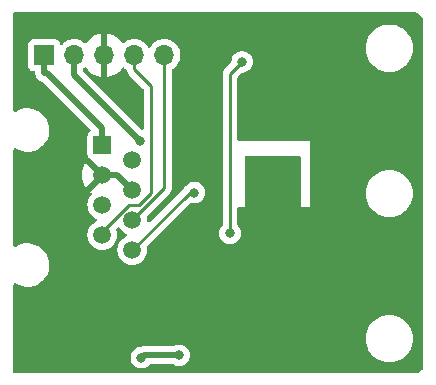
<source format=gbr>
%TF.GenerationSoftware,KiCad,Pcbnew,7.0.9*%
%TF.CreationDate,2024-04-09T01:08:52-04:00*%
%TF.ProjectId,WIRED_SHT40_revA3,57495245-445f-4534-9854-34305f726576,revA3*%
%TF.SameCoordinates,Original*%
%TF.FileFunction,Copper,L2,Bot*%
%TF.FilePolarity,Positive*%
%FSLAX46Y46*%
G04 Gerber Fmt 4.6, Leading zero omitted, Abs format (unit mm)*
G04 Created by KiCad (PCBNEW 7.0.9) date 2024-04-09 01:08:52*
%MOMM*%
%LPD*%
G01*
G04 APERTURE LIST*
%TA.AperFunction,ComponentPad*%
%ADD10R,1.700000X1.700000*%
%TD*%
%TA.AperFunction,ComponentPad*%
%ADD11O,1.700000X1.700000*%
%TD*%
%TA.AperFunction,ComponentPad*%
%ADD12R,1.500000X1.500000*%
%TD*%
%TA.AperFunction,ComponentPad*%
%ADD13C,1.500000*%
%TD*%
%TA.AperFunction,ViaPad*%
%ADD14C,0.800000*%
%TD*%
%TA.AperFunction,Conductor*%
%ADD15C,0.500000*%
%TD*%
%TA.AperFunction,Conductor*%
%ADD16C,0.250000*%
%TD*%
G04 APERTURE END LIST*
D10*
%TO.P,J2,1,Pin_1*%
%TO.N,+5V*%
X134385000Y-84193900D03*
D11*
%TO.P,J2,2,Pin_2*%
%TO.N,+3V3*%
X136925000Y-84193900D03*
%TO.P,J2,3,Pin_3*%
%TO.N,GND*%
X139465000Y-84193900D03*
%TO.P,J2,4,Pin_4*%
%TO.N,/SCL*%
X142005000Y-84193900D03*
%TO.P,J2,5,Pin_5*%
%TO.N,/SDA*%
X144545000Y-84193900D03*
%TD*%
D12*
%TO.P,J1,1*%
%TO.N,+5V*%
X139302700Y-91800000D03*
D13*
%TO.P,J1,2*%
X141842700Y-93070000D03*
%TO.P,J1,3*%
%TO.N,GND*%
X139302700Y-94340000D03*
%TO.P,J1,4*%
X141842700Y-95610000D03*
%TO.P,J1,5*%
%TO.N,/SDA*%
X139302700Y-96880000D03*
%TO.P,J1,6*%
X141842700Y-98150000D03*
%TO.P,J1,7*%
%TO.N,/SCL*%
X139302700Y-99420000D03*
%TO.P,J1,8*%
X141842700Y-100690000D03*
%TD*%
D14*
%TO.N,+5V*%
X145800000Y-109600000D03*
X142600000Y-109800000D03*
%TO.N,GND*%
X149999900Y-103127600D03*
X146600000Y-107400000D03*
X146604900Y-87365700D03*
X153858000Y-103128000D03*
X142311900Y-106700000D03*
%TO.N,/SCL_3V*%
X151130800Y-84756000D03*
X150110000Y-99287000D03*
%TO.N,/SCL*%
X147102600Y-95822900D03*
%TO.N,+3V3*%
X142508800Y-91449200D03*
%TD*%
D15*
%TO.N,+5V*%
X134596800Y-85694000D02*
X139302700Y-90399900D01*
X145800000Y-109600000D02*
X142800000Y-109600000D01*
X134385000Y-85694000D02*
X134596800Y-85694000D01*
X142800000Y-109600000D02*
X142600000Y-109800000D01*
X134385000Y-84193900D02*
X134385000Y-85694000D01*
X139302700Y-91800000D02*
X139302700Y-90399900D01*
%TO.N,GND*%
X139302700Y-94340000D02*
X140572700Y-94340000D01*
X143800000Y-107400000D02*
X146600000Y-107400000D01*
X140572700Y-94340000D02*
X141842700Y-95610000D01*
X143100000Y-106700000D02*
X143800000Y-107400000D01*
X142311900Y-106700000D02*
X143100000Y-106700000D01*
D16*
%TO.N,/SCL_3V*%
X150110000Y-85776800D02*
X150110000Y-99287000D01*
X151130800Y-84756000D02*
X150110000Y-85776800D01*
%TO.N,/SCL*%
X142005000Y-84193900D02*
X142005000Y-85369200D01*
X143433900Y-86798100D02*
X142005000Y-85369200D01*
X139302700Y-99158400D02*
X141576000Y-96885100D01*
X141842700Y-100690000D02*
X146709800Y-95822900D01*
X141576000Y-96885100D02*
X142370900Y-96885100D01*
X143433900Y-95822100D02*
X143433900Y-86798100D01*
X146709800Y-95822900D02*
X147102600Y-95822900D01*
X142370900Y-96885100D02*
X143433900Y-95822100D01*
X139302700Y-99420000D02*
X139302700Y-99158400D01*
%TO.N,/SDA*%
X144545000Y-95447700D02*
X141842700Y-98150000D01*
X144545000Y-84193900D02*
X144545000Y-95447700D01*
D15*
%TO.N,+3V3*%
X136925000Y-84193900D02*
X136925000Y-85865400D01*
X136925000Y-85865400D02*
X142508800Y-91449200D01*
%TD*%
%TA.AperFunction,Conductor*%
%TO.N,GND*%
G36*
X139715000Y-86030745D02*
G01*
X139728950Y-86029748D01*
X139987533Y-85973497D01*
X140235482Y-85881017D01*
X140467744Y-85754192D01*
X140679581Y-85595612D01*
X140679590Y-85595604D01*
X140866704Y-85408490D01*
X140866712Y-85408481D01*
X140969062Y-85271758D01*
X141025897Y-85229211D01*
X141096713Y-85224146D01*
X141147321Y-85247835D01*
X141259424Y-85335089D01*
X141259430Y-85335092D01*
X141308335Y-85361558D01*
X141358726Y-85411571D01*
X141372376Y-85461372D01*
X141373087Y-85461260D01*
X141374101Y-85467662D01*
X141374304Y-85468403D01*
X141374325Y-85469078D01*
X141374327Y-85469093D01*
X141379977Y-85488539D01*
X141383986Y-85507897D01*
X141386525Y-85527993D01*
X141386526Y-85527999D01*
X141403893Y-85571862D01*
X141405816Y-85577479D01*
X141418982Y-85622793D01*
X141429294Y-85640231D01*
X141437988Y-85657979D01*
X141445444Y-85676809D01*
X141445450Y-85676820D01*
X141473177Y-85714983D01*
X141476437Y-85719946D01*
X141487350Y-85738398D01*
X141498199Y-85756743D01*
X141500460Y-85760565D01*
X141514779Y-85774884D01*
X141527617Y-85789914D01*
X141535642Y-85800959D01*
X141539528Y-85806307D01*
X141544163Y-85810141D01*
X141575886Y-85836385D01*
X141580267Y-85840371D01*
X142185958Y-86446062D01*
X142763495Y-87023599D01*
X142797521Y-87085911D01*
X142800400Y-87112694D01*
X142800400Y-90363929D01*
X142780398Y-90432050D01*
X142726742Y-90478543D01*
X142656468Y-90488647D01*
X142591888Y-90459153D01*
X142585305Y-90453024D01*
X137720405Y-85588124D01*
X137686379Y-85525812D01*
X137683500Y-85499029D01*
X137683500Y-85386625D01*
X137703502Y-85318504D01*
X137732106Y-85287197D01*
X137782679Y-85247833D01*
X137848719Y-85221778D01*
X137918364Y-85235563D01*
X137960936Y-85271757D01*
X138063287Y-85408481D01*
X138063295Y-85408490D01*
X138250409Y-85595604D01*
X138250418Y-85595612D01*
X138462255Y-85754192D01*
X138694517Y-85881017D01*
X138942466Y-85973497D01*
X139201049Y-86029748D01*
X139214999Y-86030745D01*
X139215000Y-86030745D01*
X139215000Y-84629401D01*
X139322685Y-84678580D01*
X139429237Y-84693900D01*
X139500763Y-84693900D01*
X139607315Y-84678580D01*
X139715000Y-84629401D01*
X139715000Y-86030745D01*
G37*
%TD.AperFunction*%
%TA.AperFunction,Conductor*%
G36*
X165851751Y-80545652D02*
G01*
X165858678Y-80550439D01*
X165923009Y-80598150D01*
X166070681Y-80717733D01*
X166073309Y-80719985D01*
X166214429Y-80847890D01*
X166216648Y-80850002D01*
X166349995Y-80983349D01*
X166352108Y-80985569D01*
X166428059Y-81069367D01*
X166458986Y-81133274D01*
X166460700Y-81153984D01*
X166460700Y-110646014D01*
X166440698Y-110714135D01*
X166428059Y-110730631D01*
X166352108Y-110814429D01*
X166349976Y-110816669D01*
X166216669Y-110949976D01*
X166214430Y-110952108D01*
X166096484Y-111059009D01*
X166032578Y-111089936D01*
X166011867Y-111091650D01*
X131892700Y-111091650D01*
X131824579Y-111071648D01*
X131778086Y-111017992D01*
X131766700Y-110965650D01*
X131766700Y-109800000D01*
X141686496Y-109800000D01*
X141706457Y-109989927D01*
X141717646Y-110024362D01*
X141765473Y-110171556D01*
X141765476Y-110171561D01*
X141860958Y-110336941D01*
X141860965Y-110336951D01*
X141988744Y-110478864D01*
X142049999Y-110523368D01*
X142143248Y-110591118D01*
X142317712Y-110668794D01*
X142504513Y-110708500D01*
X142695487Y-110708500D01*
X142882288Y-110668794D01*
X143056752Y-110591118D01*
X143211253Y-110478866D01*
X143222221Y-110466685D01*
X143282094Y-110400190D01*
X143342540Y-110362950D01*
X143375730Y-110358500D01*
X145257413Y-110358500D01*
X145325534Y-110378502D01*
X145331471Y-110382562D01*
X145343248Y-110391118D01*
X145517712Y-110468794D01*
X145704513Y-110508500D01*
X145895487Y-110508500D01*
X146082288Y-110468794D01*
X146256752Y-110391118D01*
X146411253Y-110278866D01*
X146507871Y-110171561D01*
X146539034Y-110136951D01*
X146539035Y-110136949D01*
X146539040Y-110136944D01*
X146634527Y-109971556D01*
X146693542Y-109789928D01*
X146713504Y-109600000D01*
X146693542Y-109410072D01*
X146634527Y-109228444D01*
X146539040Y-109063056D01*
X146539038Y-109063054D01*
X146539034Y-109063048D01*
X146411255Y-108921135D01*
X146256752Y-108808882D01*
X146082288Y-108731206D01*
X145895487Y-108691500D01*
X145704513Y-108691500D01*
X145517711Y-108731206D01*
X145343245Y-108808883D01*
X145331476Y-108817435D01*
X145264609Y-108841294D01*
X145257413Y-108841500D01*
X142864441Y-108841500D01*
X142846182Y-108840170D01*
X142822212Y-108836659D01*
X142822211Y-108836659D01*
X142815773Y-108837222D01*
X142769615Y-108841260D01*
X142764122Y-108841500D01*
X142755817Y-108841500D01*
X142722904Y-108845347D01*
X142645574Y-108852112D01*
X142638389Y-108853596D01*
X142638376Y-108853533D01*
X142631003Y-108855168D01*
X142631018Y-108855231D01*
X142623888Y-108856920D01*
X142572790Y-108875518D01*
X142550934Y-108883473D01*
X142548800Y-108884180D01*
X142546008Y-108885105D01*
X142511067Y-108890743D01*
X142511075Y-108890810D01*
X142509865Y-108890937D01*
X142506377Y-108891500D01*
X142504513Y-108891500D01*
X142317711Y-108931206D01*
X142143247Y-109008882D01*
X141988744Y-109121135D01*
X141860965Y-109263048D01*
X141860958Y-109263058D01*
X141765476Y-109428438D01*
X141765473Y-109428445D01*
X141706457Y-109610072D01*
X141686496Y-109800000D01*
X131766700Y-109800000D01*
X131766700Y-108200000D01*
X161594390Y-108200000D01*
X161614803Y-108485424D01*
X161675631Y-108765046D01*
X161775632Y-109033160D01*
X161775637Y-109033170D01*
X161912768Y-109284307D01*
X161912772Y-109284312D01*
X161912774Y-109284315D01*
X162020668Y-109428445D01*
X162084262Y-109513396D01*
X162084270Y-109513405D01*
X162286594Y-109715729D01*
X162286603Y-109715737D01*
X162286605Y-109715739D01*
X162515685Y-109887226D01*
X162515687Y-109887227D01*
X162515692Y-109887231D01*
X162766829Y-110024362D01*
X162766839Y-110024367D01*
X163034954Y-110124369D01*
X163314572Y-110185196D01*
X163528552Y-110200500D01*
X163528558Y-110200500D01*
X163671442Y-110200500D01*
X163671448Y-110200500D01*
X163885428Y-110185196D01*
X164165046Y-110124369D01*
X164433161Y-110024367D01*
X164529877Y-109971556D01*
X164684307Y-109887231D01*
X164684309Y-109887229D01*
X164684315Y-109887226D01*
X164913395Y-109715739D01*
X165115739Y-109513395D01*
X165287226Y-109284315D01*
X165287229Y-109284309D01*
X165287231Y-109284307D01*
X165424362Y-109033170D01*
X165424367Y-109033161D01*
X165524369Y-108765046D01*
X165585196Y-108485428D01*
X165605610Y-108200000D01*
X165585196Y-107914572D01*
X165524369Y-107634954D01*
X165424367Y-107366839D01*
X165424362Y-107366829D01*
X165287231Y-107115692D01*
X165287227Y-107115687D01*
X165287226Y-107115685D01*
X165115739Y-106886605D01*
X165115737Y-106886603D01*
X165115729Y-106886594D01*
X164913405Y-106684270D01*
X164913396Y-106684262D01*
X164684312Y-106512772D01*
X164684307Y-106512768D01*
X164433170Y-106375637D01*
X164433160Y-106375632D01*
X164165046Y-106275631D01*
X163885424Y-106214803D01*
X163751775Y-106205245D01*
X163671448Y-106199500D01*
X163528552Y-106199500D01*
X163452954Y-106204906D01*
X163314575Y-106214803D01*
X163034953Y-106275631D01*
X162766839Y-106375632D01*
X162766829Y-106375637D01*
X162515692Y-106512768D01*
X162515687Y-106512772D01*
X162286603Y-106684262D01*
X162286594Y-106684270D01*
X162084270Y-106886594D01*
X162084262Y-106886603D01*
X161912772Y-107115687D01*
X161912768Y-107115692D01*
X161775637Y-107366829D01*
X161775632Y-107366839D01*
X161675631Y-107634953D01*
X161614803Y-107914575D01*
X161594390Y-108200000D01*
X131766700Y-108200000D01*
X131766700Y-103628620D01*
X131786702Y-103560499D01*
X131840358Y-103514006D01*
X131910632Y-103503902D01*
X131962220Y-103523535D01*
X132044610Y-103578044D01*
X132289876Y-103693020D01*
X132549269Y-103771060D01*
X132549272Y-103771060D01*
X132549274Y-103771061D01*
X132817257Y-103810500D01*
X132817261Y-103810500D01*
X133020333Y-103810500D01*
X133055063Y-103807957D01*
X133222856Y-103795677D01*
X133222860Y-103795676D01*
X133222861Y-103795676D01*
X133333365Y-103771060D01*
X133487253Y-103736780D01*
X133740258Y-103640014D01*
X133976477Y-103507441D01*
X134190877Y-103341888D01*
X134378886Y-103146881D01*
X134536499Y-102926579D01*
X134660356Y-102685675D01*
X134747818Y-102429305D01*
X134797019Y-102162933D01*
X134806912Y-101892235D01*
X134792039Y-101757067D01*
X134777287Y-101622985D01*
X134708771Y-101360909D01*
X134602830Y-101111610D01*
X134461718Y-100880390D01*
X134288445Y-100672180D01*
X134288441Y-100672177D01*
X134288440Y-100672175D01*
X134086712Y-100491427D01*
X134086702Y-100491418D01*
X133860790Y-100341956D01*
X133615524Y-100226980D01*
X133378913Y-100155794D01*
X133356125Y-100148938D01*
X133088142Y-100109500D01*
X133088139Y-100109500D01*
X132885069Y-100109500D01*
X132885067Y-100109500D01*
X132682539Y-100124323D01*
X132682538Y-100124323D01*
X132418156Y-100183217D01*
X132418141Y-100183222D01*
X132165139Y-100279986D01*
X132165136Y-100279988D01*
X131954366Y-100398278D01*
X131885172Y-100414175D01*
X131818368Y-100390139D01*
X131775164Y-100333801D01*
X131766700Y-100288400D01*
X131766700Y-92198620D01*
X131786702Y-92130499D01*
X131840358Y-92084006D01*
X131910632Y-92073902D01*
X131962220Y-92093535D01*
X132044610Y-92148044D01*
X132289876Y-92263020D01*
X132549269Y-92341060D01*
X132549272Y-92341060D01*
X132549274Y-92341061D01*
X132817257Y-92380500D01*
X132817261Y-92380500D01*
X133020333Y-92380500D01*
X133055063Y-92377957D01*
X133222856Y-92365677D01*
X133222860Y-92365676D01*
X133222861Y-92365676D01*
X133333365Y-92341060D01*
X133487253Y-92306780D01*
X133740258Y-92210014D01*
X133976477Y-92077441D01*
X134190877Y-91911888D01*
X134378886Y-91716881D01*
X134536499Y-91496579D01*
X134565538Y-91440099D01*
X134660356Y-91255675D01*
X134660357Y-91255672D01*
X134703542Y-91129088D01*
X134747818Y-90999305D01*
X134772418Y-90866119D01*
X134797018Y-90732941D01*
X134797019Y-90732930D01*
X134800645Y-90633707D01*
X134806912Y-90462235D01*
X134781896Y-90234875D01*
X134777287Y-90192985D01*
X134708771Y-89930909D01*
X134602830Y-89681610D01*
X134461718Y-89450390D01*
X134288445Y-89242180D01*
X134288441Y-89242177D01*
X134288440Y-89242175D01*
X134086712Y-89061427D01*
X134086702Y-89061418D01*
X133860790Y-88911956D01*
X133615524Y-88796980D01*
X133458092Y-88749615D01*
X133356125Y-88718938D01*
X133088142Y-88679500D01*
X133088139Y-88679500D01*
X132885069Y-88679500D01*
X132885067Y-88679500D01*
X132682539Y-88694323D01*
X132682538Y-88694323D01*
X132418156Y-88753217D01*
X132418141Y-88753222D01*
X132165139Y-88849986D01*
X132165136Y-88849988D01*
X131954366Y-88968278D01*
X131885172Y-88984175D01*
X131818368Y-88960139D01*
X131775164Y-88903801D01*
X131766700Y-88858400D01*
X131766700Y-85092549D01*
X133026500Y-85092549D01*
X133033009Y-85153096D01*
X133033011Y-85153104D01*
X133084110Y-85290102D01*
X133084112Y-85290107D01*
X133171738Y-85407161D01*
X133288792Y-85494787D01*
X133288794Y-85494788D01*
X133288796Y-85494789D01*
X133323940Y-85507897D01*
X133425795Y-85545888D01*
X133425803Y-85545890D01*
X133486350Y-85552399D01*
X133486355Y-85552399D01*
X133486362Y-85552400D01*
X133499909Y-85552400D01*
X133568030Y-85572402D01*
X133614523Y-85626058D01*
X133625696Y-85685727D01*
X133622628Y-85738398D01*
X133622628Y-85738403D01*
X133633873Y-85802177D01*
X133634404Y-85805804D01*
X133641920Y-85870112D01*
X133645777Y-85880708D01*
X133651459Y-85901913D01*
X133653418Y-85913023D01*
X133679065Y-85972477D01*
X133680418Y-85975884D01*
X133696411Y-86019826D01*
X133702565Y-86036732D01*
X133705709Y-86041513D01*
X133708763Y-86046155D01*
X133719183Y-86065482D01*
X133723645Y-86075827D01*
X133723647Y-86075829D01*
X133723648Y-86075832D01*
X133752409Y-86114465D01*
X133762318Y-86127775D01*
X133764400Y-86130749D01*
X133786731Y-86164701D01*
X133800000Y-86184876D01*
X133808200Y-86192612D01*
X133822800Y-86209017D01*
X133829531Y-86218058D01*
X133860400Y-86243960D01*
X133879123Y-86259671D01*
X133881860Y-86262107D01*
X133928965Y-86306549D01*
X133928971Y-86306553D01*
X133938733Y-86312189D01*
X133956723Y-86324786D01*
X133965355Y-86332029D01*
X133965358Y-86332031D01*
X134023213Y-86361087D01*
X134026429Y-86362820D01*
X134049869Y-86376353D01*
X134082527Y-86395209D01*
X134093325Y-86398441D01*
X134113743Y-86406552D01*
X134123812Y-86411609D01*
X134186827Y-86426543D01*
X134190330Y-86427482D01*
X134252391Y-86446062D01*
X134252392Y-86446062D01*
X134255879Y-86447106D01*
X134308836Y-86478717D01*
X138273864Y-90443745D01*
X138307890Y-90506057D01*
X138302825Y-90576872D01*
X138260279Y-90633707D01*
X138189439Y-90686738D01*
X138101812Y-90803792D01*
X138101810Y-90803797D01*
X138050711Y-90940795D01*
X138050709Y-90940803D01*
X138044200Y-91001350D01*
X138044200Y-92598649D01*
X138050709Y-92659196D01*
X138050711Y-92659204D01*
X138101810Y-92796202D01*
X138101812Y-92796207D01*
X138189438Y-92913261D01*
X138306495Y-93000889D01*
X138314048Y-93005013D01*
X138342762Y-93026507D01*
X139276253Y-93960000D01*
X139271214Y-93960000D01*
X139177608Y-93975620D01*
X139066072Y-94035980D01*
X138980178Y-94129286D01*
X138929235Y-94245426D01*
X138923521Y-94314374D01*
X137900575Y-93291428D01*
X137900573Y-93291428D01*
X137852729Y-93351422D01*
X137852726Y-93351427D01*
X137721581Y-93578576D01*
X137625760Y-93822727D01*
X137625759Y-93822730D01*
X137567394Y-94078441D01*
X137547793Y-94340000D01*
X137567394Y-94601558D01*
X137625759Y-94857269D01*
X137625760Y-94857272D01*
X137721581Y-95101423D01*
X137852725Y-95328570D01*
X137900574Y-95388570D01*
X137900575Y-95388570D01*
X138918891Y-94370254D01*
X138918762Y-94371814D01*
X138949895Y-94494755D01*
X139019259Y-94600925D01*
X139119339Y-94678821D01*
X139239289Y-94720000D01*
X139276251Y-94720000D01*
X138253532Y-95742719D01*
X138253532Y-95742721D01*
X138369683Y-95821911D01*
X138414700Y-95876811D01*
X138422889Y-95947334D01*
X138391650Y-96011088D01*
X138387801Y-96015112D01*
X138334948Y-96067965D01*
X138208644Y-96248346D01*
X138115581Y-96447920D01*
X138115579Y-96447926D01*
X138058585Y-96660629D01*
X138039393Y-96880000D01*
X138051597Y-97019501D01*
X138058585Y-97099370D01*
X138115579Y-97312073D01*
X138115581Y-97312079D01*
X138163918Y-97415739D01*
X138208644Y-97511654D01*
X138261564Y-97587231D01*
X138334951Y-97692038D01*
X138334954Y-97692042D01*
X138490657Y-97847745D01*
X138490661Y-97847748D01*
X138490662Y-97847749D01*
X138671046Y-97974056D01*
X138775919Y-98022958D01*
X138803468Y-98035805D01*
X138856753Y-98082722D01*
X138876214Y-98150999D01*
X138855672Y-98218959D01*
X138803468Y-98264195D01*
X138671046Y-98325944D01*
X138490665Y-98452248D01*
X138490659Y-98452253D01*
X138334953Y-98607959D01*
X138334948Y-98607965D01*
X138208644Y-98788346D01*
X138115581Y-98987920D01*
X138115579Y-98987926D01*
X138058585Y-99200629D01*
X138039393Y-99420000D01*
X138058585Y-99639370D01*
X138115579Y-99852073D01*
X138115581Y-99852079D01*
X138208642Y-100051650D01*
X138208644Y-100051654D01*
X138309367Y-100195500D01*
X138334951Y-100232038D01*
X138334954Y-100232042D01*
X138490657Y-100387745D01*
X138490661Y-100387748D01*
X138490662Y-100387749D01*
X138671046Y-100514056D01*
X138870624Y-100607120D01*
X139083329Y-100664115D01*
X139302700Y-100683307D01*
X139522071Y-100664115D01*
X139734776Y-100607120D01*
X139934354Y-100514056D01*
X140114738Y-100387749D01*
X140270449Y-100232038D01*
X140396756Y-100051654D01*
X140489820Y-99852076D01*
X140546815Y-99639371D01*
X140566007Y-99420000D01*
X140546815Y-99200629D01*
X140489820Y-98987924D01*
X140488711Y-98985546D01*
X140488537Y-98984401D01*
X140487941Y-98982763D01*
X140488270Y-98982643D01*
X140478045Y-98915359D01*
X140507019Y-98850544D01*
X140513794Y-98843208D01*
X140571097Y-98785905D01*
X140633407Y-98751881D01*
X140704222Y-98756946D01*
X140761058Y-98799493D01*
X140763383Y-98802704D01*
X140842326Y-98915445D01*
X140874951Y-98962038D01*
X140874954Y-98962042D01*
X141030657Y-99117745D01*
X141030661Y-99117748D01*
X141030662Y-99117749D01*
X141211046Y-99244056D01*
X141315919Y-99292958D01*
X141343468Y-99305805D01*
X141396753Y-99352722D01*
X141416214Y-99420999D01*
X141395672Y-99488959D01*
X141343468Y-99534195D01*
X141211046Y-99595944D01*
X141030665Y-99722248D01*
X141030659Y-99722253D01*
X140874953Y-99877959D01*
X140874948Y-99877965D01*
X140748644Y-100058346D01*
X140655581Y-100257920D01*
X140655579Y-100257926D01*
X140617972Y-100398278D01*
X140598585Y-100470629D01*
X140579393Y-100690000D01*
X140598585Y-100909371D01*
X140631491Y-101032178D01*
X140652775Y-101111610D01*
X140655580Y-101122076D01*
X140748644Y-101321654D01*
X140874951Y-101502038D01*
X140874954Y-101502042D01*
X141030657Y-101657745D01*
X141030661Y-101657748D01*
X141030662Y-101657749D01*
X141211046Y-101784056D01*
X141410624Y-101877120D01*
X141623329Y-101934115D01*
X141842700Y-101953307D01*
X142062071Y-101934115D01*
X142274776Y-101877120D01*
X142474354Y-101784056D01*
X142654738Y-101657749D01*
X142810449Y-101502038D01*
X142936756Y-101321654D01*
X143029820Y-101122076D01*
X143086815Y-100909371D01*
X143106007Y-100690000D01*
X143086815Y-100470629D01*
X143078415Y-100439281D01*
X143080103Y-100368309D01*
X143111024Y-100317578D01*
X144141602Y-99287000D01*
X149196496Y-99287000D01*
X149216457Y-99476927D01*
X149220367Y-99488959D01*
X149275473Y-99658556D01*
X149275476Y-99658561D01*
X149370958Y-99823941D01*
X149370965Y-99823951D01*
X149498744Y-99965864D01*
X149498747Y-99965866D01*
X149653248Y-100078118D01*
X149827712Y-100155794D01*
X150014513Y-100195500D01*
X150205487Y-100195500D01*
X150392288Y-100155794D01*
X150566752Y-100078118D01*
X150721253Y-99965866D01*
X150721255Y-99965864D01*
X150849034Y-99823951D01*
X150849035Y-99823949D01*
X150849040Y-99823944D01*
X150944527Y-99658556D01*
X151003542Y-99476928D01*
X151023504Y-99287000D01*
X151003542Y-99097072D01*
X150944527Y-98915444D01*
X150849040Y-98750056D01*
X150775863Y-98668784D01*
X150745146Y-98604776D01*
X150743500Y-98584474D01*
X150743500Y-97154500D01*
X150763502Y-97086379D01*
X150817158Y-97039886D01*
X150869500Y-97028500D01*
X151373842Y-97028500D01*
X151373985Y-97028528D01*
X151373986Y-97028524D01*
X151398997Y-97028539D01*
X151399000Y-97028541D01*
X151399383Y-97028383D01*
X151399500Y-97028099D01*
X151399499Y-97028099D01*
X151399541Y-97028000D01*
X151399540Y-97027998D01*
X151405999Y-97012773D01*
X151399539Y-96992209D01*
X151399517Y-96989843D01*
X151401440Y-92826465D01*
X151421474Y-92758356D01*
X151475151Y-92711888D01*
X151527463Y-92700526D01*
X155973527Y-92701472D01*
X156041643Y-92721489D01*
X156088125Y-92775154D01*
X156099500Y-92827472D01*
X156099500Y-97014371D01*
X156099459Y-97018998D01*
X156099533Y-97019179D01*
X156099614Y-97019382D01*
X156099795Y-97019456D01*
X156099988Y-97019539D01*
X156099995Y-97019538D01*
X156100000Y-97019541D01*
X156100004Y-97019538D01*
X156102958Y-97019533D01*
X156875391Y-97028222D01*
X156876747Y-97028502D01*
X156899996Y-97028539D01*
X156900000Y-97028541D01*
X156900003Y-97028539D01*
X156900181Y-97028540D01*
X156900383Y-97028465D01*
X156900513Y-97028335D01*
X156900537Y-97028272D01*
X156900866Y-97005889D01*
X156900500Y-97003962D01*
X156900500Y-95900000D01*
X161594390Y-95900000D01*
X161614803Y-96185424D01*
X161675631Y-96465046D01*
X161775632Y-96733160D01*
X161775637Y-96733170D01*
X161912768Y-96984307D01*
X161912772Y-96984312D01*
X161912774Y-96984315D01*
X161945880Y-97028540D01*
X162084262Y-97213396D01*
X162084270Y-97213405D01*
X162286594Y-97415729D01*
X162286603Y-97415737D01*
X162286605Y-97415739D01*
X162515685Y-97587226D01*
X162515687Y-97587227D01*
X162515692Y-97587231D01*
X162766829Y-97724362D01*
X162766839Y-97724367D01*
X163034954Y-97824369D01*
X163314572Y-97885196D01*
X163528552Y-97900500D01*
X163528558Y-97900500D01*
X163671442Y-97900500D01*
X163671448Y-97900500D01*
X163885428Y-97885196D01*
X164165046Y-97824369D01*
X164433161Y-97724367D01*
X164492367Y-97692038D01*
X164684307Y-97587231D01*
X164684309Y-97587229D01*
X164684315Y-97587226D01*
X164913395Y-97415739D01*
X165115739Y-97213395D01*
X165287226Y-96984315D01*
X165287229Y-96984309D01*
X165287231Y-96984307D01*
X165424362Y-96733170D01*
X165424367Y-96733161D01*
X165524369Y-96465046D01*
X165585196Y-96185428D01*
X165605610Y-95900000D01*
X165585196Y-95614572D01*
X165524369Y-95334954D01*
X165424367Y-95066839D01*
X165424362Y-95066829D01*
X165287231Y-94815692D01*
X165287227Y-94815687D01*
X165203904Y-94704380D01*
X165115739Y-94586605D01*
X165115737Y-94586603D01*
X165115729Y-94586594D01*
X164913405Y-94384270D01*
X164913396Y-94384262D01*
X164913087Y-94384031D01*
X164684315Y-94212774D01*
X164684313Y-94212773D01*
X164684312Y-94212772D01*
X164684307Y-94212768D01*
X164433170Y-94075637D01*
X164433160Y-94075632D01*
X164165046Y-93975631D01*
X163885424Y-93914803D01*
X163751775Y-93905245D01*
X163671448Y-93899500D01*
X163528552Y-93899500D01*
X163452954Y-93904906D01*
X163314575Y-93914803D01*
X163034953Y-93975631D01*
X162766839Y-94075632D01*
X162766829Y-94075637D01*
X162515692Y-94212768D01*
X162515687Y-94212772D01*
X162286603Y-94384262D01*
X162286594Y-94384270D01*
X162084270Y-94586594D01*
X162084262Y-94586603D01*
X161912772Y-94815687D01*
X161912768Y-94815692D01*
X161775637Y-95066829D01*
X161775632Y-95066839D01*
X161675631Y-95334953D01*
X161614803Y-95614575D01*
X161594390Y-95900000D01*
X156900500Y-95900000D01*
X156900500Y-91465157D01*
X156900528Y-91465014D01*
X156900524Y-91465014D01*
X156900539Y-91440002D01*
X156900541Y-91440000D01*
X156900383Y-91439617D01*
X156900099Y-91439500D01*
X156900000Y-91439459D01*
X156899999Y-91439459D01*
X156875048Y-91439459D01*
X156874842Y-91439500D01*
X150869500Y-91439500D01*
X150801379Y-91419498D01*
X150754886Y-91365842D01*
X150743500Y-91313500D01*
X150743500Y-86091394D01*
X150763502Y-86023273D01*
X150780405Y-86002299D01*
X151081299Y-85701405D01*
X151143611Y-85667379D01*
X151170394Y-85664500D01*
X151226287Y-85664500D01*
X151413088Y-85624794D01*
X151587552Y-85547118D01*
X151742053Y-85434866D01*
X151748310Y-85427917D01*
X151869834Y-85292951D01*
X151869835Y-85292949D01*
X151869840Y-85292944D01*
X151965327Y-85127556D01*
X152024342Y-84945928D01*
X152044304Y-84756000D01*
X152024342Y-84566072D01*
X151965327Y-84384444D01*
X151869840Y-84219056D01*
X151869838Y-84219054D01*
X151869834Y-84219048D01*
X151742055Y-84077135D01*
X151587552Y-83964882D01*
X151413088Y-83887206D01*
X151226287Y-83847500D01*
X151035313Y-83847500D01*
X150848511Y-83887206D01*
X150674047Y-83964882D01*
X150519544Y-84077135D01*
X150391765Y-84219048D01*
X150391758Y-84219058D01*
X150296276Y-84384438D01*
X150296273Y-84384445D01*
X150237257Y-84566072D01*
X150219892Y-84731292D01*
X150192879Y-84796949D01*
X150183677Y-84807216D01*
X149721336Y-85269557D01*
X149708901Y-85279521D01*
X149709089Y-85279748D01*
X149702980Y-85284801D01*
X149655016Y-85335878D01*
X149633866Y-85357027D01*
X149629560Y-85362577D01*
X149625714Y-85367079D01*
X149593417Y-85401474D01*
X149593411Y-85401483D01*
X149583651Y-85419235D01*
X149572803Y-85435750D01*
X149560386Y-85451758D01*
X149541645Y-85495064D01*
X149539034Y-85500394D01*
X149516305Y-85541739D01*
X149516303Y-85541744D01*
X149511267Y-85561359D01*
X149504864Y-85580062D01*
X149496819Y-85598652D01*
X149489437Y-85645256D01*
X149488233Y-85651068D01*
X149476500Y-85696768D01*
X149476500Y-85717023D01*
X149474949Y-85736733D01*
X149471780Y-85756742D01*
X149471780Y-85756743D01*
X149476220Y-85803717D01*
X149476500Y-85809650D01*
X149476500Y-98584474D01*
X149456498Y-98652595D01*
X149444137Y-98668784D01*
X149370957Y-98750059D01*
X149275476Y-98915438D01*
X149275473Y-98915445D01*
X149216457Y-99097072D01*
X149196496Y-99287000D01*
X144141602Y-99287000D01*
X146703156Y-96725447D01*
X146765466Y-96691423D01*
X146818446Y-96691297D01*
X146820310Y-96691693D01*
X146820312Y-96691694D01*
X147007113Y-96731400D01*
X147198087Y-96731400D01*
X147384888Y-96691694D01*
X147559352Y-96614018D01*
X147713853Y-96501766D01*
X147762336Y-96447920D01*
X147841634Y-96359851D01*
X147841635Y-96359849D01*
X147841640Y-96359844D01*
X147937127Y-96194456D01*
X147996142Y-96012828D01*
X148016104Y-95822900D01*
X147996142Y-95632972D01*
X147937127Y-95451344D01*
X147841640Y-95285956D01*
X147841638Y-95285954D01*
X147841634Y-95285948D01*
X147713855Y-95144035D01*
X147559352Y-95031782D01*
X147384888Y-94954106D01*
X147198087Y-94914400D01*
X147007113Y-94914400D01*
X146820311Y-94954106D01*
X146645847Y-95031782D01*
X146491346Y-95144034D01*
X146365451Y-95283855D01*
X146335959Y-95307995D01*
X146318437Y-95318358D01*
X146304112Y-95332683D01*
X146289083Y-95345519D01*
X146272693Y-95357427D01*
X146242608Y-95393792D01*
X146238612Y-95398183D01*
X143314285Y-98322508D01*
X143251973Y-98356534D01*
X143181157Y-98351469D01*
X143124322Y-98308922D01*
X143099511Y-98242402D01*
X143099670Y-98222430D01*
X143103742Y-98175885D01*
X143106007Y-98150000D01*
X143086815Y-97930629D01*
X143078415Y-97899281D01*
X143080103Y-97828309D01*
X143111024Y-97777578D01*
X144933657Y-95954945D01*
X144946092Y-95944984D01*
X144945905Y-95944757D01*
X144952009Y-95939705D01*
X144952018Y-95939700D01*
X144999999Y-95888604D01*
X145021134Y-95867470D01*
X145025429Y-95861932D01*
X145029271Y-95857431D01*
X145061586Y-95823021D01*
X145071345Y-95805267D01*
X145082197Y-95788746D01*
X145094613Y-95772741D01*
X145113347Y-95729448D01*
X145115961Y-95724112D01*
X145138694Y-95682761D01*
X145138695Y-95682760D01*
X145143733Y-95663135D01*
X145150138Y-95644430D01*
X145153836Y-95635885D01*
X145158181Y-95625845D01*
X145165561Y-95579247D01*
X145166762Y-95573440D01*
X145178500Y-95527730D01*
X145178500Y-95507475D01*
X145180051Y-95487763D01*
X145183220Y-95467757D01*
X145180629Y-95440351D01*
X145178780Y-95420780D01*
X145178500Y-95414848D01*
X145178500Y-85470820D01*
X145198502Y-85402699D01*
X145244527Y-85360008D01*
X145290576Y-85335089D01*
X145468240Y-85196806D01*
X145620722Y-85031168D01*
X145743860Y-84842691D01*
X145834296Y-84636516D01*
X145889564Y-84418268D01*
X145908156Y-84193900D01*
X145889564Y-83969532D01*
X145834296Y-83751284D01*
X145767937Y-83600000D01*
X161594390Y-83600000D01*
X161614803Y-83885424D01*
X161675631Y-84165046D01*
X161775632Y-84433160D01*
X161775637Y-84433170D01*
X161912768Y-84684307D01*
X161912772Y-84684312D01*
X161912774Y-84684315D01*
X162070682Y-84895256D01*
X162084262Y-84913396D01*
X162084270Y-84913405D01*
X162286594Y-85115729D01*
X162286603Y-85115737D01*
X162286605Y-85115739D01*
X162515685Y-85287226D01*
X162515687Y-85287227D01*
X162515692Y-85287231D01*
X162766829Y-85424362D01*
X162766839Y-85424367D01*
X163034954Y-85524369D01*
X163314572Y-85585196D01*
X163528552Y-85600500D01*
X163528558Y-85600500D01*
X163671442Y-85600500D01*
X163671448Y-85600500D01*
X163885428Y-85585196D01*
X164165046Y-85524369D01*
X164433161Y-85424367D01*
X164475086Y-85401474D01*
X164684307Y-85287231D01*
X164684309Y-85287229D01*
X164684315Y-85287226D01*
X164913395Y-85115739D01*
X165115739Y-84913395D01*
X165287226Y-84684315D01*
X165287229Y-84684309D01*
X165287231Y-84684307D01*
X165424362Y-84433170D01*
X165424367Y-84433161D01*
X165524369Y-84165046D01*
X165585196Y-83885428D01*
X165605610Y-83600000D01*
X165585196Y-83314572D01*
X165524369Y-83034954D01*
X165424367Y-82766839D01*
X165424362Y-82766829D01*
X165287231Y-82515692D01*
X165287227Y-82515687D01*
X165280561Y-82506782D01*
X165115739Y-82286605D01*
X165115737Y-82286603D01*
X165115729Y-82286594D01*
X164913405Y-82084270D01*
X164913396Y-82084262D01*
X164684312Y-81912772D01*
X164684307Y-81912768D01*
X164433170Y-81775637D01*
X164433160Y-81775632D01*
X164165046Y-81675631D01*
X163885424Y-81614803D01*
X163751775Y-81605245D01*
X163671448Y-81599500D01*
X163528552Y-81599500D01*
X163452954Y-81604906D01*
X163314575Y-81614803D01*
X163034953Y-81675631D01*
X162766839Y-81775632D01*
X162766829Y-81775637D01*
X162515692Y-81912768D01*
X162515687Y-81912772D01*
X162286603Y-82084262D01*
X162286594Y-82084270D01*
X162084270Y-82286594D01*
X162084262Y-82286603D01*
X161912772Y-82515687D01*
X161912768Y-82515692D01*
X161775637Y-82766829D01*
X161775632Y-82766839D01*
X161675631Y-83034953D01*
X161614803Y-83314575D01*
X161594390Y-83600000D01*
X145767937Y-83600000D01*
X145743860Y-83545109D01*
X145726500Y-83518537D01*
X145620724Y-83356634D01*
X145620720Y-83356629D01*
X145468237Y-83190991D01*
X145348367Y-83097692D01*
X145290576Y-83052711D01*
X145092574Y-82945558D01*
X145092572Y-82945557D01*
X145092571Y-82945556D01*
X144879639Y-82872457D01*
X144879630Y-82872455D01*
X144835476Y-82865087D01*
X144657569Y-82835400D01*
X144432431Y-82835400D01*
X144292477Y-82858754D01*
X144210369Y-82872455D01*
X144210360Y-82872457D01*
X143997428Y-82945556D01*
X143997426Y-82945558D01*
X143799426Y-83052710D01*
X143799424Y-83052711D01*
X143621762Y-83190991D01*
X143469279Y-83356629D01*
X143380483Y-83492543D01*
X143326479Y-83538631D01*
X143256131Y-83548206D01*
X143191774Y-83518229D01*
X143169517Y-83492543D01*
X143080720Y-83356629D01*
X142928237Y-83190991D01*
X142808367Y-83097692D01*
X142750576Y-83052711D01*
X142552574Y-82945558D01*
X142552572Y-82945557D01*
X142552571Y-82945556D01*
X142339639Y-82872457D01*
X142339630Y-82872455D01*
X142295476Y-82865087D01*
X142117569Y-82835400D01*
X141892431Y-82835400D01*
X141752477Y-82858754D01*
X141670369Y-82872455D01*
X141670360Y-82872457D01*
X141457428Y-82945556D01*
X141457426Y-82945558D01*
X141259426Y-83052710D01*
X141259423Y-83052711D01*
X141147322Y-83139964D01*
X141081279Y-83166020D01*
X141011634Y-83152235D01*
X140969063Y-83116042D01*
X140866707Y-82979312D01*
X140679590Y-82792195D01*
X140679581Y-82792187D01*
X140467744Y-82633607D01*
X140235482Y-82506782D01*
X139987526Y-82414300D01*
X139728967Y-82358053D01*
X139728952Y-82358051D01*
X139715000Y-82357052D01*
X139715000Y-83758398D01*
X139607315Y-83709220D01*
X139500763Y-83693900D01*
X139429237Y-83693900D01*
X139322685Y-83709220D01*
X139215000Y-83758398D01*
X139215000Y-82357052D01*
X139214999Y-82357052D01*
X139201047Y-82358051D01*
X139201032Y-82358053D01*
X138942473Y-82414300D01*
X138694517Y-82506782D01*
X138462255Y-82633607D01*
X138250418Y-82792187D01*
X138250409Y-82792195D01*
X138063295Y-82979309D01*
X138063287Y-82979318D01*
X137960937Y-83116042D01*
X137904101Y-83158589D01*
X137833285Y-83163653D01*
X137782678Y-83139964D01*
X137670583Y-83052716D01*
X137670580Y-83052714D01*
X137670576Y-83052711D01*
X137472574Y-82945558D01*
X137472572Y-82945557D01*
X137472571Y-82945556D01*
X137259639Y-82872457D01*
X137259630Y-82872455D01*
X137215476Y-82865087D01*
X137037569Y-82835400D01*
X136812431Y-82835400D01*
X136672477Y-82858754D01*
X136590369Y-82872455D01*
X136590360Y-82872457D01*
X136377428Y-82945556D01*
X136377426Y-82945558D01*
X136179426Y-83052710D01*
X136179424Y-83052711D01*
X136001762Y-83190991D01*
X135940754Y-83257263D01*
X135879901Y-83293833D01*
X135808936Y-83291698D01*
X135750391Y-83251536D01*
X135729999Y-83215957D01*
X135685889Y-83097697D01*
X135685887Y-83097692D01*
X135598261Y-82980638D01*
X135481207Y-82893012D01*
X135481202Y-82893010D01*
X135344204Y-82841911D01*
X135344196Y-82841909D01*
X135283649Y-82835400D01*
X135283638Y-82835400D01*
X133486362Y-82835400D01*
X133486350Y-82835400D01*
X133425803Y-82841909D01*
X133425795Y-82841911D01*
X133288797Y-82893010D01*
X133288792Y-82893012D01*
X133171738Y-82980638D01*
X133084112Y-83097692D01*
X133084110Y-83097697D01*
X133033011Y-83234695D01*
X133033009Y-83234703D01*
X133026500Y-83295250D01*
X133026500Y-85092549D01*
X131766700Y-85092549D01*
X131766700Y-80651650D01*
X131786702Y-80583529D01*
X131840358Y-80537036D01*
X131892700Y-80525650D01*
X165783630Y-80525650D01*
X165851751Y-80545652D01*
G37*
%TD.AperFunction*%
%TD*%
M02*

</source>
